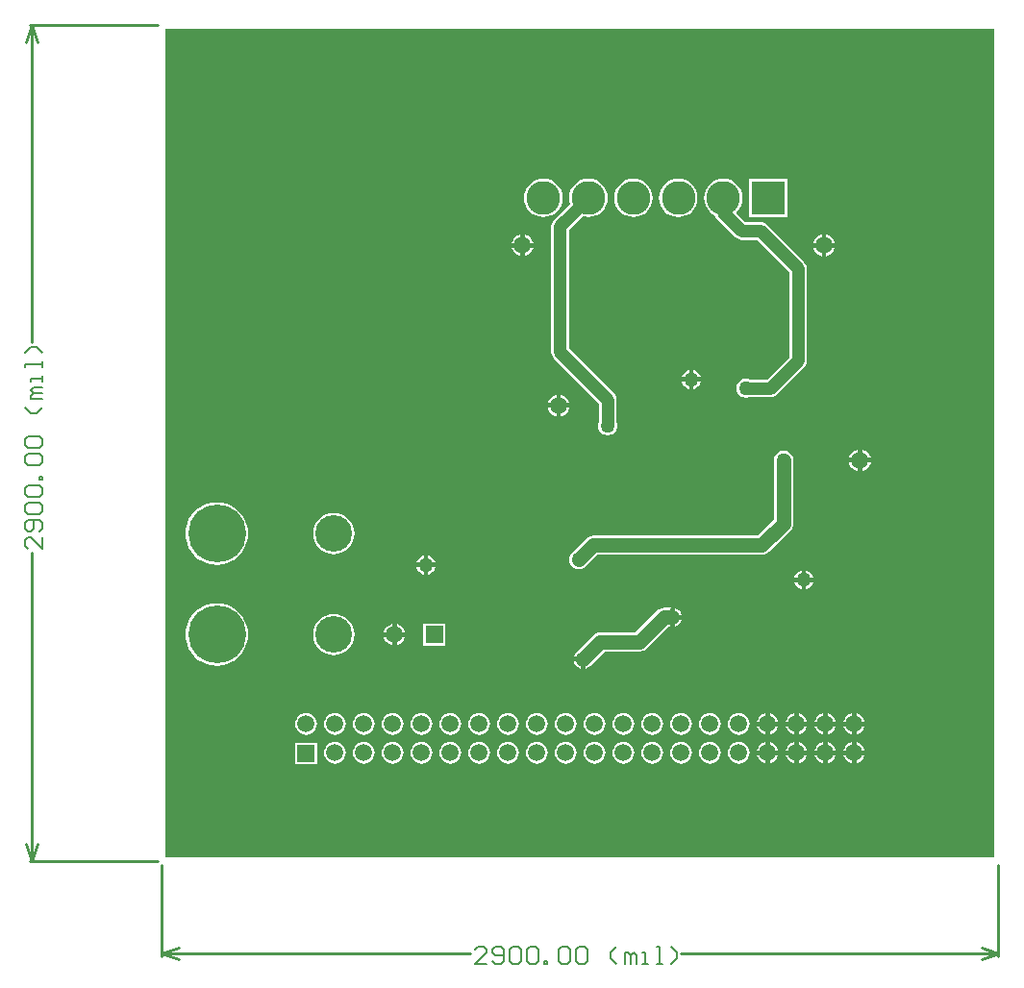
<source format=gbl>
%FSLAX42Y42*%
%MOMM*%
G71*
G01*
G75*
G04 Layer_Physical_Order=2*
G04 Layer_Color=16711680*
%ADD10R,1.40X1.10*%
%ADD11R,1.10X1.70*%
%ADD12R,1.80X1.30*%
%ADD13R,2.30X2.30*%
%ADD14R,2.10X1.40*%
%ADD15R,3.30X2.40*%
%ADD16R,2.55X1.85*%
%ADD17R,1.35X2.15*%
%ADD18R,1.10X1.40*%
%ADD19O,0.70X2.60*%
%ADD20C,1.27*%
%ADD21C,0.76*%
%ADD22C,1.14*%
%ADD23C,1.02*%
%ADD24C,0.89*%
%ADD25C,0.51*%
%ADD26C,0.64*%
%ADD27C,0.38*%
%ADD28C,0.25*%
%ADD29C,0.10*%
%ADD30C,0.15*%
%ADD31C,1.52*%
%ADD32C,2.97*%
%ADD33R,2.97X2.97*%
%ADD34R,1.50X1.50*%
%ADD35C,1.50*%
%ADD36C,3.23*%
%ADD37C,5.08*%
%ADD38C,1.27*%
G36*
X12539Y7781D02*
X5241D01*
Y15079D01*
X12539D01*
Y7781D01*
D02*
G37*
%LPC*%
G36*
X7747Y9050D02*
X7722Y9046D01*
X7699Y9037D01*
X7679Y9021D01*
X7664Y9002D01*
X7654Y8978D01*
X7651Y8954D01*
X7654Y8929D01*
X7664Y8905D01*
X7679Y8886D01*
X7699Y8870D01*
X7722Y8861D01*
X7747Y8857D01*
X7772Y8861D01*
X7795Y8870D01*
X7815Y8886D01*
X7830Y8905D01*
X7840Y8929D01*
X7843Y8954D01*
X7840Y8978D01*
X7830Y9002D01*
X7815Y9021D01*
X7795Y9037D01*
X7772Y9046D01*
X7747Y9050D01*
D02*
G37*
G36*
X7493D02*
X7468Y9046D01*
X7445Y9037D01*
X7425Y9021D01*
X7410Y9002D01*
X7400Y8978D01*
X7397Y8954D01*
X7400Y8929D01*
X7410Y8905D01*
X7425Y8886D01*
X7445Y8870D01*
X7468Y8861D01*
X7493Y8857D01*
X7518Y8861D01*
X7541Y8870D01*
X7561Y8886D01*
X7576Y8905D01*
X7586Y8929D01*
X7589Y8954D01*
X7586Y8978D01*
X7576Y9002D01*
X7561Y9021D01*
X7541Y9037D01*
X7518Y9046D01*
X7493Y9050D01*
D02*
G37*
G36*
X7239D02*
X7214Y9046D01*
X7191Y9037D01*
X7171Y9021D01*
X7156Y9002D01*
X7146Y8978D01*
X7143Y8954D01*
X7146Y8929D01*
X7156Y8905D01*
X7171Y8886D01*
X7191Y8870D01*
X7214Y8861D01*
X7239Y8857D01*
X7264Y8861D01*
X7287Y8870D01*
X7307Y8886D01*
X7322Y8905D01*
X7332Y8929D01*
X7335Y8954D01*
X7332Y8978D01*
X7322Y9002D01*
X7307Y9021D01*
X7287Y9037D01*
X7264Y9046D01*
X7239Y9050D01*
D02*
G37*
G36*
X8509D02*
X8484Y9046D01*
X8461Y9037D01*
X8441Y9021D01*
X8426Y9002D01*
X8416Y8978D01*
X8413Y8954D01*
X8416Y8929D01*
X8426Y8905D01*
X8441Y8886D01*
X8461Y8870D01*
X8484Y8861D01*
X8509Y8857D01*
X8534Y8861D01*
X8557Y8870D01*
X8577Y8886D01*
X8592Y8905D01*
X8602Y8929D01*
X8605Y8954D01*
X8602Y8978D01*
X8592Y9002D01*
X8577Y9021D01*
X8557Y9037D01*
X8534Y9046D01*
X8509Y9050D01*
D02*
G37*
G36*
X8255D02*
X8230Y9046D01*
X8207Y9037D01*
X8187Y9021D01*
X8172Y9002D01*
X8162Y8978D01*
X8159Y8954D01*
X8162Y8929D01*
X8172Y8905D01*
X8187Y8886D01*
X8207Y8870D01*
X8230Y8861D01*
X8255Y8857D01*
X8280Y8861D01*
X8303Y8870D01*
X8323Y8886D01*
X8338Y8905D01*
X8348Y8929D01*
X8351Y8954D01*
X8348Y8978D01*
X8338Y9002D01*
X8323Y9021D01*
X8303Y9037D01*
X8280Y9046D01*
X8255Y9050D01*
D02*
G37*
G36*
X8001D02*
X7976Y9046D01*
X7953Y9037D01*
X7933Y9021D01*
X7918Y9002D01*
X7908Y8978D01*
X7905Y8954D01*
X7908Y8929D01*
X7918Y8905D01*
X7933Y8886D01*
X7953Y8870D01*
X7976Y8861D01*
X8001Y8857D01*
X8026Y8861D01*
X8049Y8870D01*
X8069Y8886D01*
X8084Y8905D01*
X8094Y8929D01*
X8097Y8954D01*
X8094Y8978D01*
X8084Y9002D01*
X8069Y9021D01*
X8049Y9037D01*
X8026Y9046D01*
X8001Y9050D01*
D02*
G37*
G36*
X6985D02*
X6960Y9046D01*
X6937Y9037D01*
X6917Y9021D01*
X6902Y9002D01*
X6892Y8978D01*
X6889Y8954D01*
X6892Y8929D01*
X6902Y8905D01*
X6917Y8886D01*
X6937Y8870D01*
X6960Y8861D01*
X6985Y8857D01*
X7010Y8861D01*
X7033Y8870D01*
X7053Y8886D01*
X7068Y8905D01*
X7078Y8929D01*
X7081Y8954D01*
X7078Y8978D01*
X7068Y9002D01*
X7053Y9021D01*
X7033Y9037D01*
X7010Y9046D01*
X6985Y9050D01*
D02*
G37*
G36*
X11283Y8793D02*
X11278Y8792D01*
X11255Y8783D01*
X11235Y8767D01*
X11220Y8748D01*
X11210Y8724D01*
X11210Y8720D01*
X11283D01*
Y8793D01*
D02*
G37*
G36*
X11069D02*
Y8720D01*
X11142D01*
X11142Y8724D01*
X11132Y8748D01*
X11117Y8767D01*
X11097Y8783D01*
X11074Y8792D01*
X11069Y8793D01*
D02*
G37*
G36*
X11029D02*
X11024Y8792D01*
X11001Y8783D01*
X10981Y8767D01*
X10966Y8748D01*
X10956Y8724D01*
X10956Y8720D01*
X11029D01*
Y8793D01*
D02*
G37*
G36*
X6731Y9050D02*
X6706Y9046D01*
X6683Y9037D01*
X6663Y9021D01*
X6648Y9002D01*
X6638Y8978D01*
X6635Y8954D01*
X6638Y8929D01*
X6648Y8905D01*
X6663Y8886D01*
X6683Y8870D01*
X6706Y8861D01*
X6731Y8857D01*
X6756Y8861D01*
X6779Y8870D01*
X6799Y8886D01*
X6814Y8905D01*
X6824Y8929D01*
X6827Y8954D01*
X6824Y8978D01*
X6814Y9002D01*
X6799Y9021D01*
X6779Y9037D01*
X6756Y9046D01*
X6731Y9050D01*
D02*
G37*
G36*
X6477D02*
X6452Y9046D01*
X6429Y9037D01*
X6409Y9021D01*
X6394Y9002D01*
X6384Y8978D01*
X6381Y8954D01*
X6384Y8929D01*
X6394Y8905D01*
X6409Y8886D01*
X6429Y8870D01*
X6452Y8861D01*
X6477Y8857D01*
X6502Y8861D01*
X6525Y8870D01*
X6545Y8886D01*
X6560Y8905D01*
X6570Y8929D01*
X6573Y8954D01*
X6570Y8978D01*
X6560Y9002D01*
X6545Y9021D01*
X6525Y9037D01*
X6502Y9046D01*
X6477Y9050D01*
D02*
G37*
G36*
X11323Y8793D02*
Y8720D01*
X11396D01*
X11396Y8724D01*
X11386Y8748D01*
X11371Y8767D01*
X11351Y8783D01*
X11328Y8792D01*
X11323Y8793D01*
D02*
G37*
G36*
X8763Y9050D02*
X8738Y9046D01*
X8715Y9037D01*
X8695Y9021D01*
X8680Y9002D01*
X8670Y8978D01*
X8667Y8954D01*
X8670Y8929D01*
X8680Y8905D01*
X8695Y8886D01*
X8715Y8870D01*
X8738Y8861D01*
X8763Y8857D01*
X8788Y8861D01*
X8811Y8870D01*
X8831Y8886D01*
X8846Y8905D01*
X8856Y8929D01*
X8859Y8954D01*
X8856Y8978D01*
X8846Y9002D01*
X8831Y9021D01*
X8811Y9037D01*
X8788Y9046D01*
X8763Y9050D01*
D02*
G37*
G36*
X10888Y8933D02*
X10815D01*
Y8860D01*
X10820Y8861D01*
X10843Y8870D01*
X10863Y8886D01*
X10878Y8905D01*
X10888Y8929D01*
X10888Y8933D01*
D02*
G37*
G36*
X10775D02*
X10702D01*
X10702Y8929D01*
X10712Y8905D01*
X10727Y8886D01*
X10747Y8870D01*
X10770Y8861D01*
X10775Y8860D01*
Y8933D01*
D02*
G37*
G36*
X10634D02*
X10561D01*
Y8860D01*
X10566Y8861D01*
X10589Y8870D01*
X10609Y8886D01*
X10624Y8905D01*
X10634Y8929D01*
X10634Y8933D01*
D02*
G37*
G36*
X11283D02*
X11210D01*
X11210Y8929D01*
X11220Y8905D01*
X11235Y8886D01*
X11255Y8870D01*
X11278Y8861D01*
X11283Y8860D01*
Y8933D01*
D02*
G37*
G36*
X11142D02*
X11069D01*
Y8860D01*
X11074Y8861D01*
X11097Y8870D01*
X11117Y8886D01*
X11132Y8905D01*
X11142Y8929D01*
X11142Y8933D01*
D02*
G37*
G36*
X11029D02*
X10956D01*
X10956Y8929D01*
X10966Y8905D01*
X10981Y8886D01*
X11001Y8870D01*
X11024Y8861D01*
X11029Y8860D01*
Y8933D01*
D02*
G37*
G36*
X10521D02*
X10448D01*
X10448Y8929D01*
X10458Y8905D01*
X10473Y8886D01*
X10493Y8870D01*
X10516Y8861D01*
X10521Y8860D01*
Y8933D01*
D02*
G37*
G36*
X9525Y9050D02*
X9500Y9046D01*
X9477Y9037D01*
X9457Y9021D01*
X9442Y9002D01*
X9432Y8978D01*
X9429Y8954D01*
X9432Y8929D01*
X9442Y8905D01*
X9457Y8886D01*
X9477Y8870D01*
X9500Y8861D01*
X9525Y8857D01*
X9550Y8861D01*
X9573Y8870D01*
X9593Y8886D01*
X9608Y8905D01*
X9618Y8929D01*
X9621Y8954D01*
X9618Y8978D01*
X9608Y9002D01*
X9593Y9021D01*
X9573Y9037D01*
X9550Y9046D01*
X9525Y9050D01*
D02*
G37*
G36*
X9271D02*
X9246Y9046D01*
X9223Y9037D01*
X9203Y9021D01*
X9188Y9002D01*
X9178Y8978D01*
X9175Y8954D01*
X9178Y8929D01*
X9188Y8905D01*
X9203Y8886D01*
X9223Y8870D01*
X9246Y8861D01*
X9271Y8857D01*
X9296Y8861D01*
X9319Y8870D01*
X9339Y8886D01*
X9354Y8905D01*
X9364Y8929D01*
X9367Y8954D01*
X9364Y8978D01*
X9354Y9002D01*
X9339Y9021D01*
X9319Y9037D01*
X9296Y9046D01*
X9271Y9050D01*
D02*
G37*
G36*
X9017D02*
X8992Y9046D01*
X8969Y9037D01*
X8949Y9021D01*
X8934Y9002D01*
X8924Y8978D01*
X8921Y8954D01*
X8924Y8929D01*
X8934Y8905D01*
X8949Y8886D01*
X8969Y8870D01*
X8992Y8861D01*
X9017Y8857D01*
X9042Y8861D01*
X9065Y8870D01*
X9085Y8886D01*
X9100Y8905D01*
X9110Y8929D01*
X9113Y8954D01*
X9110Y8978D01*
X9100Y9002D01*
X9085Y9021D01*
X9065Y9037D01*
X9042Y9046D01*
X9017Y9050D01*
D02*
G37*
G36*
X10287D02*
X10262Y9046D01*
X10239Y9037D01*
X10219Y9021D01*
X10204Y9002D01*
X10194Y8978D01*
X10191Y8954D01*
X10194Y8929D01*
X10204Y8905D01*
X10219Y8886D01*
X10239Y8870D01*
X10262Y8861D01*
X10287Y8857D01*
X10312Y8861D01*
X10335Y8870D01*
X10355Y8886D01*
X10370Y8905D01*
X10380Y8929D01*
X10383Y8954D01*
X10380Y8978D01*
X10370Y9002D01*
X10355Y9021D01*
X10335Y9037D01*
X10312Y9046D01*
X10287Y9050D01*
D02*
G37*
G36*
X10033D02*
X10008Y9046D01*
X9985Y9037D01*
X9965Y9021D01*
X9950Y9002D01*
X9940Y8978D01*
X9937Y8954D01*
X9940Y8929D01*
X9950Y8905D01*
X9965Y8886D01*
X9985Y8870D01*
X10008Y8861D01*
X10033Y8857D01*
X10058Y8861D01*
X10081Y8870D01*
X10101Y8886D01*
X10116Y8905D01*
X10126Y8929D01*
X10129Y8954D01*
X10126Y8978D01*
X10116Y9002D01*
X10101Y9021D01*
X10081Y9037D01*
X10058Y9046D01*
X10033Y9050D01*
D02*
G37*
G36*
X9779D02*
X9754Y9046D01*
X9731Y9037D01*
X9711Y9021D01*
X9696Y9002D01*
X9686Y8978D01*
X9683Y8954D01*
X9686Y8929D01*
X9696Y8905D01*
X9711Y8886D01*
X9731Y8870D01*
X9754Y8861D01*
X9779Y8857D01*
X9804Y8861D01*
X9827Y8870D01*
X9847Y8886D01*
X9862Y8905D01*
X9872Y8929D01*
X9875Y8954D01*
X9872Y8978D01*
X9862Y9002D01*
X9847Y9021D01*
X9827Y9037D01*
X9804Y9046D01*
X9779Y9050D01*
D02*
G37*
G36*
X10815Y8793D02*
Y8720D01*
X10888D01*
X10888Y8724D01*
X10878Y8748D01*
X10863Y8767D01*
X10843Y8783D01*
X10820Y8792D01*
X10815Y8793D01*
D02*
G37*
G36*
X8763Y8796D02*
X8738Y8792D01*
X8715Y8783D01*
X8695Y8767D01*
X8680Y8748D01*
X8670Y8724D01*
X8667Y8700D01*
X8670Y8675D01*
X8680Y8651D01*
X8695Y8632D01*
X8715Y8616D01*
X8738Y8607D01*
X8763Y8603D01*
X8788Y8607D01*
X8811Y8616D01*
X8831Y8632D01*
X8846Y8651D01*
X8856Y8675D01*
X8859Y8700D01*
X8856Y8724D01*
X8846Y8748D01*
X8831Y8767D01*
X8811Y8783D01*
X8788Y8792D01*
X8763Y8796D01*
D02*
G37*
G36*
X8509D02*
X8484Y8792D01*
X8461Y8783D01*
X8441Y8767D01*
X8426Y8748D01*
X8416Y8724D01*
X8413Y8700D01*
X8416Y8675D01*
X8426Y8651D01*
X8441Y8632D01*
X8461Y8616D01*
X8484Y8607D01*
X8509Y8603D01*
X8534Y8607D01*
X8557Y8616D01*
X8577Y8632D01*
X8592Y8651D01*
X8602Y8675D01*
X8605Y8700D01*
X8602Y8724D01*
X8592Y8748D01*
X8577Y8767D01*
X8557Y8783D01*
X8534Y8792D01*
X8509Y8796D01*
D02*
G37*
G36*
X8255D02*
X8230Y8792D01*
X8207Y8783D01*
X8187Y8767D01*
X8172Y8748D01*
X8162Y8724D01*
X8159Y8700D01*
X8162Y8675D01*
X8172Y8651D01*
X8187Y8632D01*
X8207Y8616D01*
X8230Y8607D01*
X8255Y8603D01*
X8280Y8607D01*
X8303Y8616D01*
X8323Y8632D01*
X8338Y8651D01*
X8348Y8675D01*
X8351Y8700D01*
X8348Y8724D01*
X8338Y8748D01*
X8323Y8767D01*
X8303Y8783D01*
X8280Y8792D01*
X8255Y8796D01*
D02*
G37*
G36*
X9525D02*
X9500Y8792D01*
X9477Y8783D01*
X9457Y8767D01*
X9442Y8748D01*
X9432Y8724D01*
X9429Y8700D01*
X9432Y8675D01*
X9442Y8651D01*
X9457Y8632D01*
X9477Y8616D01*
X9500Y8607D01*
X9525Y8603D01*
X9550Y8607D01*
X9573Y8616D01*
X9593Y8632D01*
X9608Y8651D01*
X9618Y8675D01*
X9621Y8700D01*
X9618Y8724D01*
X9608Y8748D01*
X9593Y8767D01*
X9573Y8783D01*
X9550Y8792D01*
X9525Y8796D01*
D02*
G37*
G36*
X9271D02*
X9246Y8792D01*
X9223Y8783D01*
X9203Y8767D01*
X9188Y8748D01*
X9178Y8724D01*
X9175Y8700D01*
X9178Y8675D01*
X9188Y8651D01*
X9203Y8632D01*
X9223Y8616D01*
X9246Y8607D01*
X9271Y8603D01*
X9296Y8607D01*
X9319Y8616D01*
X9339Y8632D01*
X9354Y8651D01*
X9364Y8675D01*
X9367Y8700D01*
X9364Y8724D01*
X9354Y8748D01*
X9339Y8767D01*
X9319Y8783D01*
X9296Y8792D01*
X9271Y8796D01*
D02*
G37*
G36*
X9017D02*
X8992Y8792D01*
X8969Y8783D01*
X8949Y8767D01*
X8934Y8748D01*
X8924Y8724D01*
X8921Y8700D01*
X8924Y8675D01*
X8934Y8651D01*
X8949Y8632D01*
X8969Y8616D01*
X8992Y8607D01*
X9017Y8603D01*
X9042Y8607D01*
X9065Y8616D01*
X9085Y8632D01*
X9100Y8651D01*
X9110Y8675D01*
X9113Y8700D01*
X9110Y8724D01*
X9100Y8748D01*
X9085Y8767D01*
X9065Y8783D01*
X9042Y8792D01*
X9017Y8796D01*
D02*
G37*
G36*
X8001D02*
X7976Y8792D01*
X7953Y8783D01*
X7933Y8767D01*
X7918Y8748D01*
X7908Y8724D01*
X7905Y8700D01*
X7908Y8675D01*
X7918Y8651D01*
X7933Y8632D01*
X7953Y8616D01*
X7976Y8607D01*
X8001Y8603D01*
X8026Y8607D01*
X8049Y8616D01*
X8069Y8632D01*
X8084Y8651D01*
X8094Y8675D01*
X8097Y8700D01*
X8094Y8724D01*
X8084Y8748D01*
X8069Y8767D01*
X8049Y8783D01*
X8026Y8792D01*
X8001Y8796D01*
D02*
G37*
G36*
X6985D02*
X6960Y8792D01*
X6937Y8783D01*
X6917Y8767D01*
X6902Y8748D01*
X6892Y8724D01*
X6889Y8700D01*
X6892Y8675D01*
X6902Y8651D01*
X6917Y8632D01*
X6937Y8616D01*
X6960Y8607D01*
X6985Y8603D01*
X7010Y8607D01*
X7033Y8616D01*
X7053Y8632D01*
X7068Y8651D01*
X7078Y8675D01*
X7081Y8700D01*
X7078Y8724D01*
X7068Y8748D01*
X7053Y8767D01*
X7033Y8783D01*
X7010Y8792D01*
X6985Y8796D01*
D02*
G37*
G36*
X6731D02*
X6706Y8792D01*
X6683Y8783D01*
X6663Y8767D01*
X6648Y8748D01*
X6638Y8724D01*
X6635Y8700D01*
X6638Y8675D01*
X6648Y8651D01*
X6663Y8632D01*
X6683Y8616D01*
X6706Y8607D01*
X6731Y8603D01*
X6756Y8607D01*
X6779Y8616D01*
X6799Y8632D01*
X6814Y8651D01*
X6824Y8675D01*
X6827Y8700D01*
X6824Y8724D01*
X6814Y8748D01*
X6799Y8767D01*
X6779Y8783D01*
X6756Y8792D01*
X6731Y8796D01*
D02*
G37*
G36*
X6572Y8790D02*
X6382D01*
Y8599D01*
X6572D01*
Y8790D01*
D02*
G37*
G36*
X7747Y8796D02*
X7722Y8792D01*
X7699Y8783D01*
X7679Y8767D01*
X7664Y8748D01*
X7654Y8724D01*
X7651Y8700D01*
X7654Y8675D01*
X7664Y8651D01*
X7679Y8632D01*
X7699Y8616D01*
X7722Y8607D01*
X7747Y8603D01*
X7772Y8607D01*
X7795Y8616D01*
X7815Y8632D01*
X7830Y8651D01*
X7840Y8675D01*
X7843Y8700D01*
X7840Y8724D01*
X7830Y8748D01*
X7815Y8767D01*
X7795Y8783D01*
X7772Y8792D01*
X7747Y8796D01*
D02*
G37*
G36*
X7493D02*
X7468Y8792D01*
X7445Y8783D01*
X7425Y8767D01*
X7410Y8748D01*
X7400Y8724D01*
X7397Y8700D01*
X7400Y8675D01*
X7410Y8651D01*
X7425Y8632D01*
X7445Y8616D01*
X7468Y8607D01*
X7493Y8603D01*
X7518Y8607D01*
X7541Y8616D01*
X7561Y8632D01*
X7576Y8651D01*
X7586Y8675D01*
X7589Y8700D01*
X7586Y8724D01*
X7576Y8748D01*
X7561Y8767D01*
X7541Y8783D01*
X7518Y8792D01*
X7493Y8796D01*
D02*
G37*
G36*
X7239D02*
X7214Y8792D01*
X7191Y8783D01*
X7171Y8767D01*
X7156Y8748D01*
X7146Y8724D01*
X7143Y8700D01*
X7146Y8675D01*
X7156Y8651D01*
X7171Y8632D01*
X7191Y8616D01*
X7214Y8607D01*
X7239Y8603D01*
X7264Y8607D01*
X7287Y8616D01*
X7307Y8632D01*
X7322Y8651D01*
X7332Y8675D01*
X7335Y8700D01*
X7332Y8724D01*
X7322Y8748D01*
X7307Y8767D01*
X7287Y8783D01*
X7264Y8792D01*
X7239Y8796D01*
D02*
G37*
G36*
X9779D02*
X9754Y8792D01*
X9731Y8783D01*
X9711Y8767D01*
X9696Y8748D01*
X9686Y8724D01*
X9683Y8700D01*
X9686Y8675D01*
X9696Y8651D01*
X9711Y8632D01*
X9731Y8616D01*
X9754Y8607D01*
X9779Y8603D01*
X9804Y8607D01*
X9827Y8616D01*
X9847Y8632D01*
X9862Y8651D01*
X9872Y8675D01*
X9875Y8700D01*
X9872Y8724D01*
X9862Y8748D01*
X9847Y8767D01*
X9827Y8783D01*
X9804Y8792D01*
X9779Y8796D01*
D02*
G37*
G36*
X11396Y8679D02*
X11323D01*
Y8606D01*
X11328Y8607D01*
X11351Y8616D01*
X11371Y8632D01*
X11386Y8651D01*
X11396Y8675D01*
X11396Y8679D01*
D02*
G37*
G36*
X11283D02*
X11210D01*
X11210Y8675D01*
X11220Y8651D01*
X11235Y8632D01*
X11255Y8616D01*
X11278Y8607D01*
X11283Y8606D01*
Y8679D01*
D02*
G37*
G36*
X11142D02*
X11069D01*
Y8606D01*
X11074Y8607D01*
X11097Y8616D01*
X11117Y8632D01*
X11132Y8651D01*
X11142Y8675D01*
X11142Y8679D01*
D02*
G37*
G36*
X10775Y8793D02*
X10770Y8792D01*
X10747Y8783D01*
X10727Y8767D01*
X10712Y8748D01*
X10702Y8724D01*
X10702Y8720D01*
X10775D01*
Y8793D01*
D02*
G37*
G36*
X10561D02*
Y8720D01*
X10634D01*
X10634Y8724D01*
X10624Y8748D01*
X10609Y8767D01*
X10589Y8783D01*
X10566Y8792D01*
X10561Y8793D01*
D02*
G37*
G36*
X10521D02*
X10516Y8792D01*
X10493Y8783D01*
X10473Y8767D01*
X10458Y8748D01*
X10448Y8724D01*
X10448Y8720D01*
X10521D01*
Y8793D01*
D02*
G37*
G36*
X11029Y8679D02*
X10956D01*
X10956Y8675D01*
X10966Y8651D01*
X10981Y8632D01*
X11001Y8616D01*
X11024Y8607D01*
X11029Y8606D01*
Y8679D01*
D02*
G37*
G36*
X10521D02*
X10448D01*
X10448Y8675D01*
X10458Y8651D01*
X10473Y8632D01*
X10493Y8616D01*
X10516Y8607D01*
X10521Y8606D01*
Y8679D01*
D02*
G37*
G36*
X10287Y8796D02*
X10262Y8792D01*
X10239Y8783D01*
X10219Y8767D01*
X10204Y8748D01*
X10194Y8724D01*
X10191Y8700D01*
X10194Y8675D01*
X10204Y8651D01*
X10219Y8632D01*
X10239Y8616D01*
X10262Y8607D01*
X10287Y8603D01*
X10312Y8607D01*
X10335Y8616D01*
X10355Y8632D01*
X10370Y8651D01*
X10380Y8675D01*
X10383Y8700D01*
X10380Y8724D01*
X10370Y8748D01*
X10355Y8767D01*
X10335Y8783D01*
X10312Y8792D01*
X10287Y8796D01*
D02*
G37*
G36*
X10033D02*
X10008Y8792D01*
X9985Y8783D01*
X9965Y8767D01*
X9950Y8748D01*
X9940Y8724D01*
X9937Y8700D01*
X9940Y8675D01*
X9950Y8651D01*
X9965Y8632D01*
X9985Y8616D01*
X10008Y8607D01*
X10033Y8603D01*
X10058Y8607D01*
X10081Y8616D01*
X10101Y8632D01*
X10116Y8651D01*
X10126Y8675D01*
X10129Y8700D01*
X10126Y8724D01*
X10116Y8748D01*
X10101Y8767D01*
X10081Y8783D01*
X10058Y8792D01*
X10033Y8796D01*
D02*
G37*
G36*
X10888Y8679D02*
X10815D01*
Y8606D01*
X10820Y8607D01*
X10843Y8616D01*
X10863Y8632D01*
X10878Y8651D01*
X10888Y8675D01*
X10888Y8679D01*
D02*
G37*
G36*
X10775D02*
X10702D01*
X10702Y8675D01*
X10712Y8651D01*
X10727Y8632D01*
X10747Y8616D01*
X10770Y8607D01*
X10775Y8606D01*
Y8679D01*
D02*
G37*
G36*
X10634D02*
X10561D01*
Y8606D01*
X10566Y8607D01*
X10589Y8616D01*
X10609Y8632D01*
X10624Y8651D01*
X10634Y8675D01*
X10634Y8679D01*
D02*
G37*
G36*
X11396Y8933D02*
X11323D01*
Y8860D01*
X11328Y8861D01*
X11351Y8870D01*
X11371Y8886D01*
X11386Y8905D01*
X11396Y8929D01*
X11396Y8933D01*
D02*
G37*
G36*
X8720Y11855D02*
Y11781D01*
X8794D01*
X8794Y11785D01*
X8784Y11809D01*
X8768Y11829D01*
X8748Y11845D01*
X8725Y11854D01*
X8720Y11855D01*
D02*
G37*
G36*
X8679D02*
X8674Y11854D01*
X8651Y11845D01*
X8631Y11829D01*
X8615Y11809D01*
X8605Y11785D01*
X8605Y11781D01*
X8679D01*
Y11855D01*
D02*
G37*
G36*
X8794Y11740D02*
X8720D01*
Y11666D01*
X8725Y11666D01*
X8748Y11676D01*
X8768Y11691D01*
X8784Y11712D01*
X8794Y11735D01*
X8794Y11740D01*
D02*
G37*
G36*
X9848Y11968D02*
X9786D01*
X9786Y11967D01*
X9795Y11947D01*
X9808Y11929D01*
X9826Y11916D01*
X9846Y11907D01*
X9848Y11907D01*
Y11968D01*
D02*
G37*
G36*
Y12071D02*
X9846Y12070D01*
X9826Y12062D01*
X9808Y12049D01*
X9795Y12031D01*
X9786Y12011D01*
X9786Y12009D01*
X9848D01*
Y12071D01*
D02*
G37*
G36*
X10150Y13759D02*
X10116Y13755D01*
X10085Y13746D01*
X10055Y13730D01*
X10030Y13709D01*
X10008Y13683D01*
X9993Y13654D01*
X9983Y13622D01*
X9980Y13589D01*
X9983Y13556D01*
X9993Y13524D01*
X10008Y13495D01*
X10030Y13469D01*
X10055Y13448D01*
X10075Y13437D01*
X10082Y13421D01*
X10094Y13404D01*
X10257Y13242D01*
X10257Y13242D01*
X10257D01*
X10257Y13242D01*
X10257D01*
X10257Y13242D01*
Y13242D01*
Y13242D01*
D01*
D01*
X10257D01*
Y13242D01*
X10273Y13229D01*
X10292Y13221D01*
X10312Y13219D01*
X10445D01*
X10730Y12934D01*
Y12186D01*
X10534Y11991D01*
X10381D01*
X10372Y11994D01*
X10350Y11997D01*
X10329Y11994D01*
X10308Y11986D01*
X10291Y11972D01*
X10277Y11955D01*
X10269Y11934D01*
X10266Y11913D01*
X10269Y11891D01*
X10277Y11870D01*
X10291Y11853D01*
X10308Y11839D01*
X10329Y11831D01*
X10350Y11828D01*
X10372Y11831D01*
X10381Y11834D01*
X10566D01*
X10587Y11837D01*
X10605Y11845D01*
X10622Y11857D01*
X10622Y11857D01*
X10622Y11857D01*
X10863Y12099D01*
X10875Y12115D01*
X10883Y12134D01*
X10886Y12154D01*
X10886Y12154D01*
Y12967D01*
X10886Y12967D01*
X10883Y12987D01*
X10875Y13006D01*
X10868Y13015D01*
X10863Y13022D01*
X10863Y13022D01*
X10533Y13352D01*
X10517Y13365D01*
X10498Y13372D01*
X10478Y13375D01*
X10345D01*
X10267Y13452D01*
X10268Y13468D01*
X10270Y13469D01*
X10291Y13495D01*
X10306Y13524D01*
X10316Y13556D01*
X10319Y13589D01*
X10316Y13622D01*
X10306Y13654D01*
X10291Y13683D01*
X10270Y13709D01*
X10244Y13730D01*
X10215Y13746D01*
X10183Y13755D01*
X10150Y13759D01*
D02*
G37*
G36*
X9950Y11968D02*
X9888D01*
Y11907D01*
X9890Y11907D01*
X9910Y11916D01*
X9928Y11929D01*
X9941Y11947D01*
X9950Y11967D01*
X9950Y11968D01*
D02*
G37*
G36*
X11333Y11257D02*
X11259D01*
X11260Y11252D01*
X11269Y11229D01*
X11285Y11209D01*
X11305Y11193D01*
X11329Y11184D01*
X11333Y11183D01*
Y11257D01*
D02*
G37*
G36*
X10681Y11362D02*
X10659Y11359D01*
X10638Y11351D01*
X10621Y11337D01*
X10607Y11320D01*
X10599Y11299D01*
X10596Y11278D01*
Y10754D01*
X10455Y10613D01*
X9004D01*
X8982Y10610D01*
X8972Y10606D01*
X8962Y10602D01*
X8945Y10588D01*
X8818Y10461D01*
X8804Y10444D01*
X8801Y10435D01*
X8796Y10423D01*
X8793Y10401D01*
X8796Y10379D01*
X8801Y10367D01*
X8804Y10359D01*
X8818Y10342D01*
X8835Y10328D01*
X8843Y10325D01*
X8855Y10320D01*
X8877Y10317D01*
X8899Y10320D01*
X8911Y10325D01*
X8920Y10328D01*
X8937Y10342D01*
X8937Y10342D01*
X8937Y10342D01*
X9039Y10444D01*
X10490D01*
X10512Y10447D01*
X10524Y10452D01*
X10532Y10455D01*
X10550Y10469D01*
X10550Y10469D01*
X10550Y10469D01*
X10740Y10659D01*
X10740Y10659D01*
X10740Y10659D01*
X10754Y10677D01*
X10760Y10691D01*
X10762Y10697D01*
X10765Y10719D01*
X10765Y10719D01*
X10765Y10719D01*
Y10719D01*
Y11278D01*
X10762Y11299D01*
X10754Y11320D01*
X10740Y11337D01*
X10723Y11351D01*
X10703Y11359D01*
X10681Y11362D01*
D02*
G37*
G36*
X6720Y10813D02*
X6684Y10810D01*
X6650Y10799D01*
X6618Y10783D01*
X6591Y10760D01*
X6568Y10732D01*
X6551Y10701D01*
X6541Y10667D01*
X6537Y10631D01*
X6541Y10595D01*
X6551Y10561D01*
X6568Y10530D01*
X6591Y10502D01*
X6618Y10479D01*
X6650Y10462D01*
X6684Y10452D01*
X6720Y10448D01*
X6755Y10452D01*
X6789Y10462D01*
X6821Y10479D01*
X6849Y10502D01*
X6871Y10530D01*
X6888Y10561D01*
X6899Y10595D01*
X6902Y10631D01*
X6899Y10667D01*
X6888Y10701D01*
X6871Y10732D01*
X6849Y10760D01*
X6821Y10783D01*
X6789Y10799D01*
X6755Y10810D01*
X6720Y10813D01*
D02*
G37*
G36*
X11448Y11257D02*
X11374D01*
Y11183D01*
X11379Y11184D01*
X11402Y11193D01*
X11423Y11209D01*
X11438Y11229D01*
X11448Y11252D01*
X11448Y11257D01*
D02*
G37*
G36*
X8679Y11740D02*
X8605D01*
X8605Y11735D01*
X8615Y11712D01*
X8631Y11691D01*
X8651Y11676D01*
X8674Y11666D01*
X8679Y11666D01*
Y11740D01*
D02*
G37*
G36*
X11374Y11372D02*
Y11298D01*
X11448D01*
X11448Y11303D01*
X11438Y11326D01*
X11423Y11346D01*
X11402Y11362D01*
X11379Y11372D01*
X11374Y11372D01*
D02*
G37*
G36*
X11333D02*
X11329Y11372D01*
X11305Y11362D01*
X11285Y11346D01*
X11269Y11326D01*
X11260Y11303D01*
X11259Y11298D01*
X11333D01*
Y11372D01*
D02*
G37*
G36*
X8566Y13759D02*
X8532Y13755D01*
X8501Y13746D01*
X8471Y13730D01*
X8446Y13709D01*
X8424Y13683D01*
X8409Y13654D01*
X8399Y13622D01*
X8396Y13589D01*
X8399Y13556D01*
X8409Y13524D01*
X8424Y13495D01*
X8446Y13469D01*
X8471Y13448D01*
X8501Y13432D01*
X8532Y13423D01*
X8566Y13419D01*
X8599Y13423D01*
X8631Y13432D01*
X8660Y13448D01*
X8686Y13469D01*
X8707Y13495D01*
X8722Y13524D01*
X8732Y13556D01*
X8735Y13589D01*
X8732Y13622D01*
X8722Y13654D01*
X8707Y13683D01*
X8686Y13709D01*
X8660Y13730D01*
X8631Y13746D01*
X8599Y13755D01*
X8566Y13759D01*
D02*
G37*
G36*
X11057Y13265D02*
Y13190D01*
X11131D01*
X11130Y13195D01*
X11121Y13219D01*
X11105Y13239D01*
X11085Y13254D01*
X11061Y13264D01*
X11057Y13265D01*
D02*
G37*
G36*
X11016D02*
X11011Y13264D01*
X10988Y13254D01*
X10967Y13239D01*
X10952Y13219D01*
X10942Y13195D01*
X10942Y13190D01*
X11016D01*
Y13265D01*
D02*
G37*
G36*
X8962Y13759D02*
X8928Y13755D01*
X8897Y13746D01*
X8867Y13730D01*
X8842Y13709D01*
X8820Y13683D01*
X8805Y13654D01*
X8795Y13622D01*
X8792Y13589D01*
X8795Y13556D01*
X8800Y13538D01*
X8657Y13395D01*
X8645Y13379D01*
X8637Y13360D01*
X8634Y13340D01*
Y12230D01*
X8634Y12230D01*
X8634D01*
X8637Y12210D01*
X8645Y12191D01*
X8657Y12175D01*
X9053Y11779D01*
Y11613D01*
X9050Y11604D01*
X9047Y11582D01*
X9050Y11561D01*
X9058Y11540D01*
X9072Y11523D01*
X9089Y11509D01*
X9109Y11501D01*
X9131Y11498D01*
X9153Y11501D01*
X9174Y11509D01*
X9191Y11523D01*
X9205Y11540D01*
X9213Y11561D01*
X9216Y11582D01*
X9213Y11604D01*
X9209Y11613D01*
Y11811D01*
X9207Y11831D01*
X9199Y11850D01*
X9187Y11866D01*
X9187Y11866D01*
X8790Y12262D01*
Y13307D01*
X8911Y13428D01*
X8928Y13423D01*
X8962Y13419D01*
X8995Y13423D01*
X9027Y13432D01*
X9056Y13448D01*
X9082Y13469D01*
X9103Y13495D01*
X9118Y13524D01*
X9128Y13556D01*
X9131Y13589D01*
X9128Y13622D01*
X9118Y13654D01*
X9103Y13683D01*
X9082Y13709D01*
X9056Y13730D01*
X9027Y13746D01*
X8995Y13755D01*
X8962Y13759D01*
D02*
G37*
G36*
X10715Y13758D02*
X10377D01*
Y13420D01*
X10715D01*
Y13758D01*
D02*
G37*
G36*
X9754Y13759D02*
X9720Y13755D01*
X9689Y13746D01*
X9659Y13730D01*
X9634Y13709D01*
X9612Y13683D01*
X9597Y13654D01*
X9587Y13622D01*
X9584Y13589D01*
X9587Y13556D01*
X9597Y13524D01*
X9612Y13495D01*
X9634Y13469D01*
X9659Y13448D01*
X9689Y13432D01*
X9720Y13423D01*
X9754Y13419D01*
X9787Y13423D01*
X9819Y13432D01*
X9848Y13448D01*
X9874Y13469D01*
X9895Y13495D01*
X9910Y13524D01*
X9920Y13556D01*
X9923Y13589D01*
X9920Y13622D01*
X9910Y13654D01*
X9895Y13683D01*
X9874Y13709D01*
X9848Y13730D01*
X9819Y13746D01*
X9787Y13755D01*
X9754Y13759D01*
D02*
G37*
G36*
X9358D02*
X9324Y13755D01*
X9293Y13746D01*
X9263Y13730D01*
X9238Y13709D01*
X9216Y13683D01*
X9201Y13654D01*
X9191Y13622D01*
X9188Y13589D01*
X9191Y13556D01*
X9201Y13524D01*
X9216Y13495D01*
X9238Y13469D01*
X9263Y13448D01*
X9293Y13432D01*
X9324Y13423D01*
X9358Y13419D01*
X9391Y13423D01*
X9423Y13432D01*
X9452Y13448D01*
X9478Y13469D01*
X9499Y13495D01*
X9514Y13524D01*
X9524Y13556D01*
X9527Y13589D01*
X9524Y13622D01*
X9514Y13654D01*
X9499Y13683D01*
X9478Y13709D01*
X9452Y13730D01*
X9423Y13746D01*
X9391Y13755D01*
X9358Y13759D01*
D02*
G37*
G36*
X8477Y13150D02*
X8402D01*
Y13075D01*
X8407Y13076D01*
X8431Y13086D01*
X8451Y13101D01*
X8466Y13121D01*
X8476Y13145D01*
X8477Y13150D01*
D02*
G37*
G36*
X8362D02*
X8287D01*
X8288Y13145D01*
X8298Y13121D01*
X8313Y13101D01*
X8333Y13086D01*
X8357Y13076D01*
X8362Y13075D01*
Y13150D01*
D02*
G37*
G36*
X9888Y12071D02*
Y12009D01*
X9950D01*
X9950Y12011D01*
X9941Y12031D01*
X9928Y12049D01*
X9910Y12062D01*
X9890Y12070D01*
X9888Y12071D01*
D02*
G37*
G36*
X11016Y13150D02*
X10942D01*
X10942Y13145D01*
X10952Y13121D01*
X10967Y13101D01*
X10988Y13086D01*
X11011Y13076D01*
X11016Y13075D01*
Y13150D01*
D02*
G37*
G36*
X8402Y13265D02*
Y13190D01*
X8477D01*
X8476Y13195D01*
X8466Y13219D01*
X8451Y13239D01*
X8431Y13254D01*
X8407Y13264D01*
X8402Y13265D01*
D02*
G37*
G36*
X8362D02*
X8357Y13264D01*
X8333Y13254D01*
X8313Y13239D01*
X8298Y13219D01*
X8288Y13195D01*
X8287Y13190D01*
X8362D01*
Y13265D01*
D02*
G37*
G36*
X11131Y13150D02*
X11057D01*
Y13075D01*
X11061Y13076D01*
X11085Y13086D01*
X11105Y13101D01*
X11121Y13121D01*
X11130Y13145D01*
X11131Y13150D01*
D02*
G37*
G36*
X5690Y10016D02*
X5647Y10013D01*
X5605Y10003D01*
X5565Y9986D01*
X5528Y9964D01*
X5495Y9935D01*
X5467Y9903D01*
X5444Y9866D01*
X5428Y9826D01*
X5418Y9784D01*
X5414Y9741D01*
X5418Y9698D01*
X5428Y9656D01*
X5444Y9616D01*
X5467Y9579D01*
X5495Y9546D01*
X5528Y9518D01*
X5565Y9496D01*
X5605Y9479D01*
X5647Y9469D01*
X5690Y9466D01*
X5733Y9469D01*
X5775Y9479D01*
X5815Y9496D01*
X5851Y9518D01*
X5884Y9546D01*
X5912Y9579D01*
X5935Y9616D01*
X5951Y9656D01*
X5961Y9698D01*
X5965Y9741D01*
X5961Y9784D01*
X5951Y9826D01*
X5935Y9866D01*
X5912Y9903D01*
X5884Y9935D01*
X5851Y9964D01*
X5815Y9986D01*
X5775Y10003D01*
X5733Y10013D01*
X5690Y10016D01*
D02*
G37*
G36*
X8895Y9505D02*
X8834D01*
X8834Y9503D01*
X8839Y9491D01*
X8842Y9483D01*
X8856Y9465D01*
X8873Y9452D01*
X8882Y9448D01*
X8894Y9443D01*
X8895Y9443D01*
Y9505D01*
D02*
G37*
G36*
X11323Y9047D02*
Y8974D01*
X11396D01*
X11396Y8978D01*
X11386Y9002D01*
X11371Y9021D01*
X11351Y9037D01*
X11328Y9046D01*
X11323Y9047D01*
D02*
G37*
G36*
X6720Y9923D02*
X6684Y9920D01*
X6650Y9909D01*
X6618Y9893D01*
X6591Y9870D01*
X6568Y9842D01*
X6551Y9811D01*
X6541Y9777D01*
X6537Y9741D01*
X6541Y9705D01*
X6551Y9671D01*
X6568Y9640D01*
X6591Y9612D01*
X6618Y9589D01*
X6650Y9572D01*
X6684Y9562D01*
X6720Y9558D01*
X6755Y9562D01*
X6789Y9572D01*
X6821Y9589D01*
X6849Y9612D01*
X6871Y9640D01*
X6888Y9671D01*
X6899Y9705D01*
X6902Y9741D01*
X6899Y9777D01*
X6888Y9811D01*
X6871Y9842D01*
X6849Y9870D01*
X6821Y9893D01*
X6789Y9909D01*
X6755Y9920D01*
X6720Y9923D01*
D02*
G37*
G36*
X7234Y9721D02*
X7161D01*
X7162Y9716D01*
X7171Y9693D01*
X7187Y9673D01*
X7206Y9658D01*
X7230Y9648D01*
X7234Y9647D01*
Y9721D01*
D02*
G37*
G36*
X7700Y9836D02*
X7509D01*
Y9646D01*
X7700D01*
Y9836D01*
D02*
G37*
G36*
X9703Y9978D02*
X9627D01*
X9605Y9975D01*
X9584Y9967D01*
X9567Y9953D01*
X9376Y9762D01*
X9068D01*
X9046Y9759D01*
X9034Y9754D01*
X9026Y9751D01*
X9008Y9737D01*
X8856Y9585D01*
X8842Y9567D01*
X8839Y9559D01*
X8834Y9547D01*
X8834Y9545D01*
X8915D01*
Y9525D01*
X8936D01*
Y9443D01*
X8937Y9443D01*
X8949Y9448D01*
X8958Y9452D01*
X8975Y9465D01*
X8975Y9465D01*
X8975Y9465D01*
X9103Y9593D01*
X9411D01*
X9433Y9596D01*
X9445Y9601D01*
X9453Y9604D01*
X9470Y9618D01*
X9470Y9618D01*
X9470Y9618D01*
X9662Y9809D01*
X9703D01*
X9682Y9811D01*
Y9893D01*
Y9975D01*
X9703Y9978D01*
D02*
G37*
G36*
X10775Y9047D02*
X10770Y9046D01*
X10747Y9037D01*
X10727Y9021D01*
X10712Y9002D01*
X10702Y8978D01*
X10702Y8974D01*
X10775D01*
Y9047D01*
D02*
G37*
G36*
X10561D02*
Y8974D01*
X10634D01*
X10634Y8978D01*
X10624Y9002D01*
X10609Y9021D01*
X10589Y9037D01*
X10566Y9046D01*
X10561Y9047D01*
D02*
G37*
G36*
X10521D02*
X10516Y9046D01*
X10493Y9037D01*
X10473Y9021D01*
X10458Y9002D01*
X10448Y8978D01*
X10448Y8974D01*
X10521D01*
Y9047D01*
D02*
G37*
G36*
X10815D02*
Y8974D01*
X10888D01*
X10888Y8978D01*
X10878Y9002D01*
X10863Y9021D01*
X10843Y9037D01*
X10820Y9046D01*
X10815Y9047D01*
D02*
G37*
G36*
X11283D02*
X11278Y9046D01*
X11255Y9037D01*
X11235Y9021D01*
X11220Y9002D01*
X11210Y8978D01*
X11210Y8974D01*
X11283D01*
Y9047D01*
D02*
G37*
G36*
X11069D02*
Y8974D01*
X11142D01*
X11142Y8978D01*
X11132Y9002D01*
X11117Y9021D01*
X11097Y9037D01*
X11074Y9046D01*
X11069Y9047D01*
D02*
G37*
G36*
X11029D02*
X11024Y9046D01*
X11001Y9037D01*
X10981Y9021D01*
X10966Y9002D01*
X10956Y8978D01*
X10956Y8974D01*
X11029D01*
Y9047D01*
D02*
G37*
G36*
X7511Y10334D02*
X7449D01*
X7449Y10333D01*
X7458Y10313D01*
X7471Y10295D01*
X7489Y10282D01*
X7509Y10273D01*
X7511Y10273D01*
Y10334D01*
D02*
G37*
G36*
X10879Y10305D02*
Y10244D01*
X10940D01*
X10940Y10245D01*
X10932Y10266D01*
X10918Y10283D01*
X10901Y10297D01*
X10880Y10305D01*
X10879Y10305D01*
D02*
G37*
G36*
X10838D02*
X10837Y10305D01*
X10816Y10297D01*
X10799Y10283D01*
X10785Y10266D01*
X10777Y10245D01*
X10777Y10244D01*
X10838D01*
Y10305D01*
D02*
G37*
G36*
X7613Y10334D02*
X7551D01*
Y10273D01*
X7553Y10273D01*
X7573Y10282D01*
X7591Y10295D01*
X7604Y10313D01*
X7613Y10333D01*
X7613Y10334D01*
D02*
G37*
G36*
X7551Y10437D02*
Y10375D01*
X7613D01*
X7613Y10377D01*
X7604Y10397D01*
X7591Y10415D01*
X7573Y10428D01*
X7553Y10436D01*
X7551Y10437D01*
D02*
G37*
G36*
X7511D02*
X7509Y10436D01*
X7489Y10428D01*
X7471Y10415D01*
X7458Y10397D01*
X7449Y10377D01*
X7449Y10375D01*
X7511D01*
Y10437D01*
D02*
G37*
G36*
X5690Y10906D02*
X5647Y10903D01*
X5605Y10893D01*
X5565Y10876D01*
X5528Y10854D01*
X5495Y10825D01*
X5467Y10793D01*
X5444Y10756D01*
X5428Y10716D01*
X5418Y10674D01*
X5414Y10631D01*
X5418Y10588D01*
X5428Y10546D01*
X5444Y10506D01*
X5467Y10469D01*
X5495Y10436D01*
X5528Y10408D01*
X5565Y10386D01*
X5605Y10369D01*
X5647Y10359D01*
X5690Y10356D01*
X5733Y10359D01*
X5775Y10369D01*
X5815Y10386D01*
X5851Y10408D01*
X5884Y10436D01*
X5912Y10469D01*
X5935Y10506D01*
X5951Y10546D01*
X5961Y10588D01*
X5965Y10631D01*
X5961Y10674D01*
X5951Y10716D01*
X5935Y10756D01*
X5912Y10793D01*
X5884Y10825D01*
X5851Y10854D01*
X5815Y10876D01*
X5775Y10893D01*
X5733Y10903D01*
X5690Y10906D01*
D02*
G37*
G36*
X7275Y9834D02*
Y9761D01*
X7348D01*
X7347Y9766D01*
X7338Y9789D01*
X7322Y9809D01*
X7303Y9824D01*
X7279Y9834D01*
X7275Y9834D01*
D02*
G37*
G36*
X7234D02*
X7230Y9834D01*
X7206Y9824D01*
X7187Y9809D01*
X7171Y9789D01*
X7162Y9766D01*
X7161Y9761D01*
X7234D01*
Y9834D01*
D02*
G37*
G36*
X7348Y9721D02*
X7275D01*
Y9647D01*
X7279Y9648D01*
X7303Y9658D01*
X7322Y9673D01*
X7338Y9693D01*
X7347Y9716D01*
X7348Y9721D01*
D02*
G37*
G36*
X9785Y9873D02*
X9723D01*
Y9811D01*
X9725Y9812D01*
X9745Y9820D01*
X9763Y9834D01*
X9776Y9851D01*
X9784Y9871D01*
X9785Y9873D01*
D02*
G37*
G36*
X10940Y10203D02*
X10879D01*
Y10142D01*
X10880Y10142D01*
X10901Y10150D01*
X10918Y10164D01*
X10932Y10181D01*
X10940Y10202D01*
X10940Y10203D01*
D02*
G37*
G36*
X10838D02*
X10777D01*
X10777Y10202D01*
X10785Y10181D01*
X10799Y10164D01*
X10816Y10150D01*
X10837Y10142D01*
X10838Y10142D01*
Y10203D01*
D02*
G37*
G36*
X9723Y9975D02*
Y9914D01*
X9785D01*
X9784Y9915D01*
X9776Y9936D01*
X9763Y9953D01*
X9745Y9967D01*
X9725Y9975D01*
X9723Y9975D01*
D02*
G37*
%LPD*%
D20*
X10681Y10719D02*
Y11278D01*
X9004Y10528D02*
X10490D01*
X10681Y10719D01*
X8877Y10401D02*
X9004Y10528D01*
X8915Y9525D02*
X9068Y9677D01*
X9411D01*
X9627Y9893D01*
X9703D01*
D22*
X10312Y13297D02*
X10478D01*
X10150Y13460D02*
X10312Y13297D01*
X10150Y13460D02*
Y13589D01*
X10478Y13297D02*
X10808Y12967D01*
X8712Y13340D02*
X8962Y13589D01*
X8712Y12230D02*
X9131Y11811D01*
X8712Y12230D02*
Y13340D01*
X10808Y12154D02*
Y12967D01*
X10566Y11913D02*
X10808Y12154D01*
X10350Y11913D02*
X10566D01*
X9131Y11582D02*
Y11811D01*
D28*
X4039Y15113D02*
X5169D01*
X4039Y7747D02*
X5169D01*
X4064Y12319D02*
Y15113D01*
Y7747D02*
Y10460D01*
X4013Y14961D02*
X4064Y15113D01*
X4115Y14961D01*
X4064Y7747D02*
X4115Y7899D01*
X4013D02*
X4064Y7747D01*
X12573Y6909D02*
Y7709D01*
X5207Y6909D02*
Y7709D01*
X9779Y6934D02*
X12573D01*
X5207D02*
X7920D01*
X12421Y6985D02*
X12573Y6934D01*
X12421Y6883D02*
X12573Y6934D01*
X5207D02*
X5359Y6883D01*
X5207Y6934D02*
X5359Y6985D01*
D29*
X9530Y12446D02*
X9570D01*
X9550Y12426D02*
Y12466D01*
X11194Y12421D02*
X11234D01*
X11214Y12401D02*
Y12441D01*
X8700Y12446D02*
X8740D01*
X8720Y12426D02*
Y12466D01*
X10369Y12446D02*
X10409D01*
X10389Y12426D02*
Y12466D01*
X7816Y11007D02*
X7856D01*
X7836Y10987D02*
Y11027D01*
X10922Y11626D02*
Y11666D01*
X10902Y11646D02*
X10942D01*
X8649Y10864D02*
Y10904D01*
X8629Y10884D02*
X8669D01*
D30*
X4155Y10602D02*
Y10501D01*
X4054Y10602D01*
X4028D01*
X4003Y10577D01*
Y10526D01*
X4028Y10501D01*
X4130Y10653D02*
X4155Y10678D01*
Y10729D01*
X4130Y10755D01*
X4028D01*
X4003Y10729D01*
Y10678D01*
X4028Y10653D01*
X4054D01*
X4079Y10678D01*
Y10755D01*
X4028Y10805D02*
X4003Y10831D01*
Y10882D01*
X4028Y10907D01*
X4130D01*
X4155Y10882D01*
Y10831D01*
X4130Y10805D01*
X4028D01*
Y10958D02*
X4003Y10983D01*
Y11034D01*
X4028Y11059D01*
X4130D01*
X4155Y11034D01*
Y10983D01*
X4130Y10958D01*
X4028D01*
X4155Y11110D02*
X4130D01*
Y11135D01*
X4155D01*
Y11110D01*
X4028Y11237D02*
X4003Y11262D01*
Y11313D01*
X4028Y11339D01*
X4130D01*
X4155Y11313D01*
Y11262D01*
X4130Y11237D01*
X4028D01*
Y11389D02*
X4003Y11415D01*
Y11466D01*
X4028Y11491D01*
X4130D01*
X4155Y11466D01*
Y11415D01*
X4130Y11389D01*
X4028D01*
X4155Y11745D02*
X4105Y11694D01*
X4054D01*
X4003Y11745D01*
X4155Y11821D02*
X4054D01*
Y11846D01*
X4079Y11872D01*
X4155D01*
X4079D01*
X4054Y11897D01*
X4079Y11923D01*
X4155D01*
Y11973D02*
Y12024D01*
Y11999D01*
X4054D01*
Y11973D01*
X4155Y12100D02*
Y12151D01*
Y12126D01*
X4003D01*
Y12100D01*
X4155Y12227D02*
X4105Y12278D01*
X4054D01*
X4003Y12227D01*
X8062Y6843D02*
X7961D01*
X8062Y6944D01*
Y6970D01*
X8037Y6995D01*
X7986D01*
X7961Y6970D01*
X8113Y6868D02*
X8138Y6843D01*
X8189D01*
X8215Y6868D01*
Y6970D01*
X8189Y6995D01*
X8138D01*
X8113Y6970D01*
Y6944D01*
X8138Y6919D01*
X8215D01*
X8265Y6970D02*
X8291Y6995D01*
X8342D01*
X8367Y6970D01*
Y6868D01*
X8342Y6843D01*
X8291D01*
X8265Y6868D01*
Y6970D01*
X8418D02*
X8443Y6995D01*
X8494D01*
X8519Y6970D01*
Y6868D01*
X8494Y6843D01*
X8443D01*
X8418Y6868D01*
Y6970D01*
X8570Y6843D02*
Y6868D01*
X8595D01*
Y6843D01*
X8570D01*
X8697Y6970D02*
X8722Y6995D01*
X8773D01*
X8799Y6970D01*
Y6868D01*
X8773Y6843D01*
X8722D01*
X8697Y6868D01*
Y6970D01*
X8849D02*
X8875Y6995D01*
X8926D01*
X8951Y6970D01*
Y6868D01*
X8926Y6843D01*
X8875D01*
X8849Y6868D01*
Y6970D01*
X9205Y6843D02*
X9154Y6894D01*
Y6944D01*
X9205Y6995D01*
X9281Y6843D02*
Y6944D01*
X9306D01*
X9332Y6919D01*
Y6843D01*
Y6919D01*
X9357Y6944D01*
X9383Y6919D01*
Y6843D01*
X9433D02*
X9484D01*
X9459D01*
Y6944D01*
X9433D01*
X9560Y6843D02*
X9611D01*
X9586D01*
Y6995D01*
X9560D01*
X9687Y6843D02*
X9738Y6894D01*
Y6944D01*
X9687Y6995D01*
D31*
X11354Y11278D02*
D03*
X11036Y13170D02*
D03*
X8700Y11760D02*
D03*
X8382Y13170D02*
D03*
D32*
X9754Y13589D02*
D03*
X9358D02*
D03*
X10150D02*
D03*
X8962D02*
D03*
X8566D02*
D03*
D33*
X10546D02*
D03*
D34*
X7604Y9741D02*
D03*
X6477Y8694D02*
D03*
D35*
X7254Y9741D02*
D03*
X11303Y8954D02*
D03*
Y8700D02*
D03*
X11049Y8954D02*
D03*
Y8700D02*
D03*
X10795Y8954D02*
D03*
Y8700D02*
D03*
X10541Y8954D02*
D03*
Y8700D02*
D03*
X10287Y8954D02*
D03*
Y8700D02*
D03*
X10033Y8954D02*
D03*
Y8700D02*
D03*
X9779Y8954D02*
D03*
Y8700D02*
D03*
X9525Y8954D02*
D03*
Y8700D02*
D03*
X9271Y8954D02*
D03*
Y8700D02*
D03*
X9017Y8954D02*
D03*
Y8700D02*
D03*
X8763Y8954D02*
D03*
Y8700D02*
D03*
X8509Y8954D02*
D03*
Y8700D02*
D03*
X8255Y8954D02*
D03*
Y8700D02*
D03*
X8001Y8954D02*
D03*
Y8700D02*
D03*
X7747Y8954D02*
D03*
Y8700D02*
D03*
X7493Y8954D02*
D03*
Y8700D02*
D03*
X7239Y8954D02*
D03*
Y8700D02*
D03*
X6985Y8954D02*
D03*
Y8700D02*
D03*
X6731Y8954D02*
D03*
Y8700D02*
D03*
X6477Y8954D02*
D03*
D36*
X6720Y10631D02*
D03*
Y9741D02*
D03*
D37*
X5690Y10631D02*
D03*
Y9741D02*
D03*
D38*
X10858Y10224D02*
D03*
X8915Y9525D02*
D03*
X7531Y10355D02*
D03*
X9868Y11989D02*
D03*
X9131Y11582D02*
D03*
X10350Y11913D02*
D03*
X10681Y11278D02*
D03*
Y10719D02*
D03*
X8877Y10401D02*
D03*
X9703Y9893D02*
D03*
M02*

</source>
